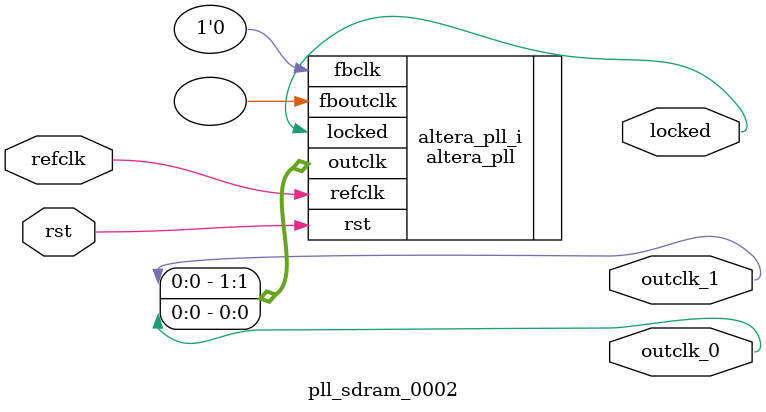
<source format=v>
`timescale 1ns/10ps
module  pll_sdram_0002(

	// interface 'refclk'
	input wire refclk,

	// interface 'reset'
	input wire rst,

	// interface 'outclk0'
	output wire outclk_0,

	// interface 'outclk1'
	output wire outclk_1,

	// interface 'locked'
	output wire locked
);

	altera_pll #(
		.fractional_vco_multiplier("false"),
		.reference_clock_frequency("50.0 MHz"),
		.operation_mode("direct"),
		.number_of_clocks(2),
		.output_clock_frequency0("50.000000 MHz"),
		.phase_shift0("0 ps"),
		.duty_cycle0(50),
		.output_clock_frequency1("50.000000 MHz"),
		.phase_shift1("-2500 ps"),
		.duty_cycle1(50),
		.output_clock_frequency2("0 MHz"),
		.phase_shift2("0 ps"),
		.duty_cycle2(50),
		.output_clock_frequency3("0 MHz"),
		.phase_shift3("0 ps"),
		.duty_cycle3(50),
		.output_clock_frequency4("0 MHz"),
		.phase_shift4("0 ps"),
		.duty_cycle4(50),
		.output_clock_frequency5("0 MHz"),
		.phase_shift5("0 ps"),
		.duty_cycle5(50),
		.output_clock_frequency6("0 MHz"),
		.phase_shift6("0 ps"),
		.duty_cycle6(50),
		.output_clock_frequency7("0 MHz"),
		.phase_shift7("0 ps"),
		.duty_cycle7(50),
		.output_clock_frequency8("0 MHz"),
		.phase_shift8("0 ps"),
		.duty_cycle8(50),
		.output_clock_frequency9("0 MHz"),
		.phase_shift9("0 ps"),
		.duty_cycle9(50),
		.output_clock_frequency10("0 MHz"),
		.phase_shift10("0 ps"),
		.duty_cycle10(50),
		.output_clock_frequency11("0 MHz"),
		.phase_shift11("0 ps"),
		.duty_cycle11(50),
		.output_clock_frequency12("0 MHz"),
		.phase_shift12("0 ps"),
		.duty_cycle12(50),
		.output_clock_frequency13("0 MHz"),
		.phase_shift13("0 ps"),
		.duty_cycle13(50),
		.output_clock_frequency14("0 MHz"),
		.phase_shift14("0 ps"),
		.duty_cycle14(50),
		.output_clock_frequency15("0 MHz"),
		.phase_shift15("0 ps"),
		.duty_cycle15(50),
		.output_clock_frequency16("0 MHz"),
		.phase_shift16("0 ps"),
		.duty_cycle16(50),
		.output_clock_frequency17("0 MHz"),
		.phase_shift17("0 ps"),
		.duty_cycle17(50),
		.pll_type("General"),
		.pll_subtype("General")
	) altera_pll_i (
		.rst	(rst),
		.outclk	({outclk_1, outclk_0}),
		.locked	(locked),
		.fboutclk	( ),
		.fbclk	(1'b0),
		.refclk	(refclk)
	);
endmodule


</source>
